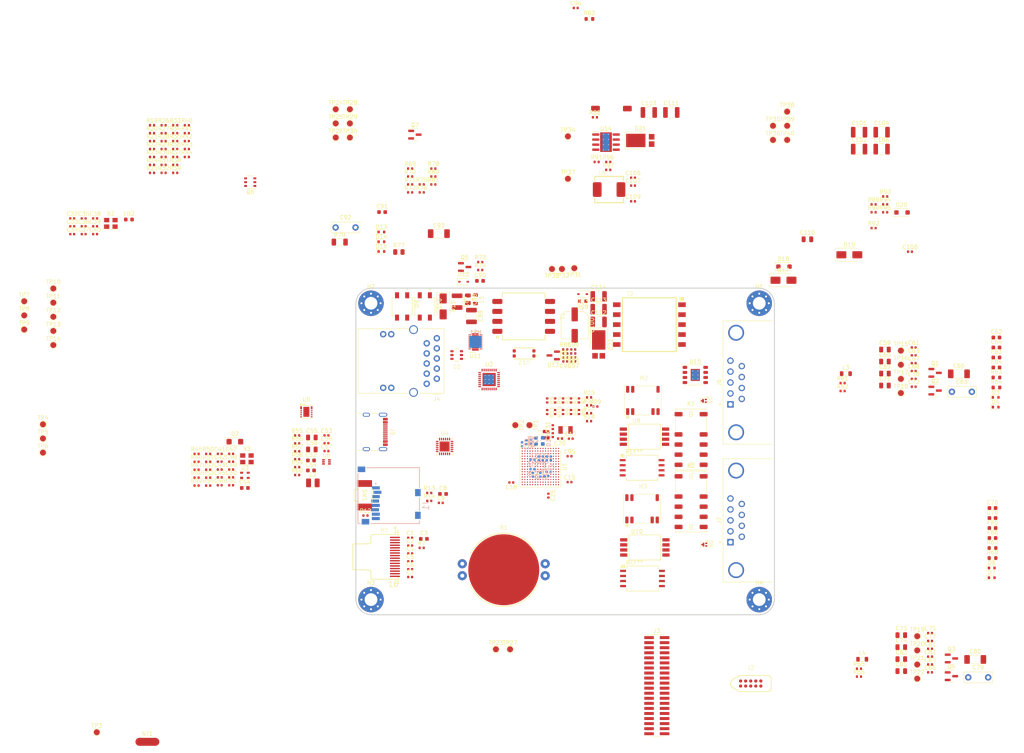
<source format=kicad_pcb>
(kicad_pcb (version 20221018) (generator pcbnew)
  (layers (0 "F.Cu" signal) (1 "In1.Cu" signal) (2 "In2.Cu" signal) (31 "B.Cu" signal) (34 "B.Paste" user) (35 "F.Paste" user) (36 "B.SilkS" user "B.Silkscreen") (37 "F.SilkS" user "F.Silkscreen") (38 "B.Mask" user) (39 "F.Mask" user) (44 "Edge.Cuts" user))
  (net 0 "")
  (net 1 "GND")
  (net 2 "/MCU_H7/VBAT")
  (net 3 "Net-(U7-VDD1)")
  (net 4 "Net-(C64-Pad1)")
  (net 5 "/CAN Ch1/+5V0_ISO")
  (net 8 "/MCU_H7/OSC32_OUT")
  (net 10 "/MCU_H7/OSC32_IN")
  (net 11 "Net-(U9-VDD1)")
  (net 12 "/CAN Ch2/ISO")
  (net 14 "/Eth/+AVDD_PHY")
  (net 16 "/CAN Ch2/+5V0_ISO")
  (net 18 "Net-(D6-A)")
  (net 20 "+VIN_USB")
  (net 21 "/Bus Power/+VIN_DB9")
  (net 22 "Net-(C78-Pad1)")
  (net 23 "/CAN Ch1/CAN_L")
  (net 25 "Net-(C86-Pad1)")
  (net 28 "/CAN Ch1/CAN_H")
  (net 29 "/CAN Ch2/+VIN_DB9")
  (net 30 "/CAN Ch2/CAN_L")
  (net 32 "/CAN Ch2/CAN_H")
  (net 33 "/MCU_H7/SDMMC_D2")
  (net 35 "/MCU_H7/SDMMC_D3")
  (net 36 "/MCU_H7/SDMMC_CMD")
  (net 39 "Net-(C91-Pad2)")
  (net 41 "/MCU_H7/H7_SWDIO")
  (net 43 "/MCU_H7/H7_SWCLK")
  (net 44 "Net-(C96-Pad1)")
  (net 45 "Net-(C99-Pad1)")
  (net 47 "/MCU_H7/~{H7_RST}")
  (net 48 "/MCU_H7/SDMMC_CKJ")
  (net 49 "/MCU_H7/SDMMC_D0")
  (net 50 "/MCU_H7/SDMMC_D1")
  (net 51 "/MCU_H7/SDMMC_PRESENT")
  (net 52 "Net-(C110-Pad2)")
  (net 53 "Net-(D3-A)")
  (net 54 "Net-(M1-C2P)")
  (net 55 "Net-(M1-C2N)")
  (net 56 "Net-(M1-C1P)")
  (net 57 "Net-(M1-C1N)")
  (net 58 "/MCU_H7/OLED_RST")
  (net 62 "Net-(D4-A)")
  (net 63 "/MCU_H7/I2C2_SCL")
  (net 66 "/MCU_H7/I2C2_SDA")
  (net 67 "/CAN Ch2/CT_GS")
  (net 69 "/CAN Ch2/CT_GR")
  (net 74 "/CAN Ch1/CT_GS")
  (net 75 "/USB/CC1")
  (net 76 "/CAN Ch1/CT_GR")
  (net 77 "USBFS_DM")
  (net 78 "/CAN Ch1/TERM_EN")
  (net 79 "/USB/DP")
  (net 80 "/USB/DM")
  (net 81 "Net-(D7-A)")
  (net 82 "/USB/CC2")
  (net 83 "Net-(D13-A)")
  (net 85 "/CAN Ch1/CT_AS")
  (net 86 "/CAN Ch1/TERM_DIS")
  (net 87 "CHASSIS")
  (net 88 "/CAN Ch1/CT_AR")
  (net 89 "/CAN Ch2/TERM_EN")
  (net 90 "Net-(D15-K)")
  (net 91 "Net-(D19-K)")
  (net 92 "/CAN Ch2/CT_AS")
  (net 96 "/Bus Power/RECT_COMMON")
  (net 99 "/CAN Ch2/TERM_DIS")
  (net 100 "/CAN Ch2/CT_AR")
  (net 101 "/MCU_H7/I2C3_SDA")
  (net 102 "/MCU_H7/I2C3_SCL")
  (net 103 "/MCU_H7/RID_PRODUCT")
  (net 106 "/MCU_H7/RID_REV")
  (net 107 "/MCU_H7/RID_BOM")
  (net 111 "Net-(J2-Pad1)")
  (net 112 "/MCU_H7/SDMMC_CK")
  (net 114 "/MCU_H7/RID_EN")
  (net 115 "/MCU_H7/BUTTON")
  (net 116 "/USB/ULPI_RBIAS")
  (net 117 "USBFS_DP")
  (net 119 "/USB/ULPI_VBUS")
  (net 127 "/CAN Ch2/FDCAN_RX")
  (net 128 "/Power/3V3_SW")
  (net 129 "+3V3_DCDC")
  (net 130 "/MCU_H7/USART1_TX")
  (net 131 "/MCU_H7/SPI1_SCK")
  (net 132 "/CAN Ch1/FDCAN_TX")
  (net 134 "/MCU_H7/SPI2_SCK")
  (net 136 "/CAN Ch2/FDCAN_TX")
  (net 137 "/MCU_H7/SPI1_NSS")
  (net 138 "/MCU_H7/SPI2_NSS")
  (net 139 "/MCU_H7/USART1_RX")
  (net 142 "Net-(M1-BS1)")
  (net 143 "/MCU_H7/SPI1_MISO")
  (net 144 "/MCU_H7/SPI1_MOSI")
  (net 145 "/MCU_H7/USART2_TX")
  (net 146 "/MCU_H7/+VCOMH_OLED")
  (net 147 "/MCU_H7/+VCC_OLED")
  (net 148 "/MCU_H7/OCTOSPI_IO2")
  (net 149 "/CAN Ch1/FDCAN_RX")
  (net 151 "Net-(U2A-~{INT}{slash}TXER{slash}TXD4)")
  (net 152 "/Eth/RXD2_NU")
  (net 153 "/Eth/RXD0")
  (net 155 "/Eth/RXD1")
  (net 156 "~{ETH_PHY_RST}")
  (net 157 "ETH_MDIO")
  (net 158 "Net-(U2A-COL{slash}CRS_DV{slash}MODE2)")
  (net 159 "/Eth/TXD2_NU")
  (net 161 "/Eth/TXD3_NU")
  (net 162 "ETH_CRS_DV")
  (net 163 "ETH_RXD0")
  (net 164 "ETH_RXD1")
  (net 165 "/Eth/PHYAD1")
  (net 166 "/Eth/PHYAD2")
  (net 167 "/Eth/PHYAD0")
  (net 168 "/Eth/RBIAS")
  (net 171 "Net-(U2A-XTAL1{slash}CLKIN)")
  (net 172 "ETH_REFCLK")
  (net 173 "Net-(X2-OUT)")
  (net 176 "H7_CLK")
  (net 177 "RJ45_LEDG")
  (net 178 "RJ45_LEDY")
  (net 179 "/MCU_H7/VDDA")
  (net 180 "/MCU_H7/BOOT0")
  (net 181 "Net-(U1I-PDR_ON)")
  (net 182 "/Power/AOZ_POVP")
  (net 183 "/Power/AOZ_ENB")
  (net 184 "/Power/VUSB_FLTB")
  (net 185 "+5V0_SYS")
  (net 186 "/Power/3V3_PG")
  (net 187 "/Power/3V3_FB")
  (net 188 "/Bus Power/BP_EN_UVLO")
  (net 189 "/Bus Power/BP_RREF")
  (net 190 "/Bus Power/BP_TC")
  (net 191 "/Bus Power/BP_RFB")
  (net 192 "Net-(J4-GA)")
  (net 193 "Net-(J4-YA)")
  (net 196 "/MCU_H7/OCTOSPI_IO4")
  (net 197 "/MCU_H7/VDDLDO")
  (net 198 "ETH_TXEN")
  (net 199 "ULPI_RST")
  (net 200 "/MCU_H7/USART2_RX")
  (net 201 "ETH_TXD0")
  (net 202 "/MCU_H7/OCTOSPI_NCS")
  (net 203 "/MCU_H7/OCTOSPI_IO3")
  (net 204 "ULPI_D7")
  (net 205 "ETH_TXD1")
  (net 206 "/MCU_H7/OCTOSPI_IO0")
  (net 207 "/MCU_H7/OCTOSPI_IO1")
  (net 208 "/MCU_H7/OCTOSPI_CLK")
  (net 209 "/MCU_H7/SPI2_MOSI")
  (net 210 "/MCU_H7/SPI2_MISO")
  (net 211 "/MCU_H7/VLX")
  (net 212 "/MCU_H7/VDDSMPS")
  (net 213 "ULPI_STP")
  (net 214 "ETH_MDC")
  (net 215 "ULPI_D6")
  (net 216 "ULPI_DIR")
  (net 217 "ULPI_NXT")
  (net 218 "ULPI_D2")
  (net 219 "ULPI_D5")
  (net 221 "ULPI_D0")
  (net 222 "ULPI_D3")
  (net 224 "ULPI_CK")
  (net 225 "ULPI_D4")
  (net 228 "ULPI_D1")
  (net 229 "~{ETH_INT_PME}")
  (net 230 "/Eth/VDDCR_PHY")
  (net 232 "/MCU_H7/OCTOSPI_IO5")
  (net 233 "/MCU_H7/OCTOSPI_DQS")
  (net 234 "/MCU_H7/OCTOSPI_IO7")
  (net 236 "/MCU_H7/OCTOSPI_IO6")
  (net 237 "/USB/ULPI_REGOUT_3V3")
  (net 238 "/CAN Ch1/+VO")
  (net 239 "/Bus Power/BP_INT_VCC")
  (net 241 "Net-(X2-EN)")
  (net 243 "/Bus Power/+VIN_DB9_PR")
  (net 244 "ISO_1")
  (net 245 "/PoE/POE_BR_P")
  (net 246 "/PoE/POE_BR_N")
  (net 247 "/PoE/POE_VPORTP")
  (net 248 "ISO_POE")
  (net 250 "/PoE/POE_PVCC")
  (net 251 "POE_AC2")
  (net 252 "POE_AC1")
  (net 253 "POE_AC4")
  (net 254 "POE_AC3")
  (net 256 "Net-(Q6-G)")
  (net 257 "Net-(D12-K)")
  (net 258 "Net-(R40-Pad2)")
  (net 259 "/PoE/POE_ITH")
  (net 260 "Net-(D14-K)")
  (net 261 "Net-(X3-EN)")
  (net 262 "/Eth/RD-")
  (net 264 "Net-(X3-OUT)")
  (net 265 "Net-(K1-Pad5)")
  (net 266 "Net-(K1-Pad8)")
  (net 268 "/CAN Ch2/+VO")
  (net 269 "/Bus Power/BP_SW")
  (net 270 "/PoE/POE_TR_SW")
  (net 271 "Net-(R50-Pad2)")
  (net 272 "/PoE/POE_ISENSE")
  (net 273 "/Power/AOZ_SS")
  (net 274 "/USB/+1V8_ULPI")
  (net 275 "/Bus Power/LV_SS")
  (net 276 "/Bus Power/LV_BOOT")
  (net 277 "/PoE/POE_COMP")
  (net 278 "/PoE/POE_FB")
  (net 279 "Net-(U4-REFCLK)")
  (net 280 "/PoE/POE_OP_A")
  (net 281 "/PoE/~{POE_PWRGD}")
  (net 282 "Net-(C72-Pad1)")
  (net 283 "Net-(R69-Pad2)")
  (net 284 "Net-(R70-Pad2)")
  (net 285 "/PoE/POE_NGATE")
  (net 286 "/PoE/POE_EP_THPAD")
  (net 287 "/PoE/POE_OP_K")
  (net 288 "/Bus Power/LV_SW")
  (net 289 "/Bus Power/+5V0_BP_DC")
  (net 290 "Net-(R71-Pad2)")
  (net 291 "Net-(U11-RCLASS)")
  (net 292 "Net-(R81-Pad2)")
  (net 295 "Net-(K2-Pad5)")
  (net 296 "Net-(K2-Pad8)")
  (net 299 "/Bus Power/LV_EN")
  (net 300 "/Bus Power/LV_RT")
  (net 301 "/Bus Power/LV_FB")
  (net 309 "/Eth/TD-")
  (net 310 "/Eth/TD+")
  (net 311 "/Eth/RD+")
  (footprint "Capacitor_SMD:C_1210_3225Metric" (layer "F.Cu") (at 157.9 65.5)
    (fp_text reference "C112")
    (fp_text value "100uF")
  )
  (footprint "Capacitor_SMD:C_0402_1005Metric" (layer "F.Cu") (at 150.9 94.8)
    (fp_text reference "C17")
    (fp_text value "12pF")
  )
  (footprint "Connector_PinHeader_1.27mm:PinHeader_2x20_P1.27mm_Vertical_SMD" (layer "F.Cu") (at 172.5 156.8)
    (fp_text reference "J3")
    (fp_text value "Conn_02x20_Pin")
  )
  (footprint "Resistor_SMD:R_0402_1005Metric" (layer "F.Cu") (at 155.51 90.4)
    (fp_text reference "R18")
    (fp_text value "10K")
  )
  (footprint "Capacitor_SMD:C_0402_1005Metric" (layer "F.Cu") (at 28.71 43.45)
    (fp_text reference "C37")
    (fp_text value "4.7uF")
  )
  (footprint "TestPoint:TestPoint_Pad_D1.5mm" (layer "F.Cu") (at 95.5 19.2)
    (fp_text reference "TP30")
    (fp_text value "TestPoint_Probe")
  )
  (footprint "Resistor_SMD:R_0402_1005Metric" (layer "F.Cu") (at 229.795 35.97)
    (fp_text reference "R94")
    (fp_text value "100R")
  )
  (footprint "TestPoint:TestPoint_Pad_D1.5mm" (layer "F.Cu") (at 151.8 52 180)
    (fp_text reference "TP31")
    (fp_text value "TestPoint_Probe")
  )
  (footprint "vhrd_generic:SO8L_TOS" (layer "F.Cu") (at 169.5 122.1)
    (fp_text reference "U10")
    (fp_text value "TLP2270")
  )
  (footprint "Capacitor_SMD:C_0603_1608Metric" (layer "F.Cu") (at 257.7 71.91)
    (fp_text reference "C64")
    (fp_text value "4.7uF")
  )
  (footprint "TestPoint:TestPoint_Pad_D1.5mm" (layer "F.Cu") (at 233.7331 79.7922)
    (fp_text reference "TP17")
    (fp_text value "TestPoint_Probe")
  )
  (footprint "Resistor_SMD:R_0402_1005Metric" (layer "F.Cu") (at 152.96 85.2 -90)
    (fp_text reference "R1")
    (fp_text value "3K3")
  )
  (footprint "Capacitor_SMD:C_1210_3225Metric" (layer "F.Cu") (at 228.895 22.11)
    (fp_text reference "C106")
    (fp_text value "4.7uF")
  )
  (footprint "Resistor_SMD:R_0402_1005Metric" (layer "F.Cu") (at 51.68 16.12)
    (fp_text reference "R33")
    (fp_text value "10k")
  )
  (footprint "Capacitor_SMD:C_0805_2012Metric" (layer "F.Cu") (at 229.7331 75.4322)
    (fp_text reference "C60")
    (fp_text value "10uF")
  )
  (footprint "Resistor_SMD:R_0402_1005Metric" (layer "F.Cu") (at 59.95 98.615)
    (fp_text reference "R50")
    (fp_text value "?R")
  )
  (footprint "TestPoint:TestPoint_Pad_D1.5mm" (layer "F.Cu") (at 233.7331 76.2422)
    (fp_text reference "TP16")
    (fp_text value "TestPoint_Probe")
  )
  (footprint "Resistor_SMD:R_0402_1005Metric" (layer "F.Cu") (at 110.615 32.965)
    (fp_text reference "R72")
    (fp_text value "DNP")
  )
  (footprint "vhrd_generic:SOIC-8-ANALOG" (layer "F.Cu") (at 182.15 78.8)
    (fp_text reference "U15")
    (fp_text value "LT8304IS8E#PBF")
  )
  (footprint "Inductor_SMD:L_0805_2012Metric" (layer "F.Cu") (at 219.9331 78.4722)
    (fp_text reference "L3")
    (fp_text value "6.8uH")
  )
  (footprint "Capacitor_SMD:C_0402_1005Metric" (layer "F.Cu") (at 151.5375 75.4 180)
    (fp_text reference "C97")
    (fp_text value "33nF")
  )
  (footprint "TestPoint:TestPoint_Pad_D1.5mm" (layer "F.Cu") (at 150.2 18.9)
    (fp_text reference "TP34")
    (fp_text value "TestPoint_Probe")
  )
  (footprint "Resistor_SMD:R_0402_1005Metric" (layer "F.Cu") (at 48.77 28.06)
    (fp_text reference "R32")
    (fp_text value "10k")
  )
  (footprint "Capacitor_SMD:C_0402_1005Metric" (layer "F.Cu") (at 25.84 43.45)
    (fp_text reference "C34")
    (fp_text value "100nF")
  )
  (footprint "Resistor_SMD:R_0402_1005Metric" (layer "F.Cu") (at 51.68 22.09)
    (fp_text reference "R36")
    (fp_text value "49R9")
  )
  (footprint "Capacitor_SMD:C_1210_3225Metric" (layer "F.Cu") (at 176.14 12.9)
    (fp_text reference "C111")
    (fp_text value "100uF")
  )
  (footprint "Capacitor_SMD:C_0402_1005Metric" (layer "F.Cu") (at 136 105.8 180)
    (fp_text reference "C18")
    (fp_text value "4.7uF")
  )
  (footprint "Diode_SMD:D_SOD-523" (layer "F.Cu") (at 257.515 86.88)
    (fp_text reference "D4")
    (fp_text value "BAS516")
  )
  (footprint "Diode_SMD:D_SOD-123F" (layer "F.Cu") (at 234.02 38.01)
    (fp_text reference "D20")
    (fp_text value "RB168MM150TFTR")
  )
  (footprint "Resistor_SMD:R_0402_1005Metric" (layer "F.Cu") (at 48.77 24.08)
    (fp_text reference "R30")
    (fp_text value "10k")
  )
  (footprint "Resistor_SMD:R_0402_1005Metric" (layer "F.Cu") (at 149.5375 73.4 180)
    (fp_text reference "R86")
    (fp_text value "100K")
  )
  (footprint "Capacitor_SMD:C_0402_1005Metric" (layer "F.Cu") (at 236.9431 77.8122)
    (fp_text reference "C68")
    (fp_text value "10nF")
  )
  (footprint "Capacitor_SMD:C_0402_1005Metric" (layer "F.Cu") (at 241.0431 149.5122)
    (fp_text reference "C82")
    (fp_text value "10nF")
  )
  (footprint "vhrd_inductor:LMLP07A7" (layer "F.Cu") (at 160.525 32.26)
    (fp_text reference "L6")
    (fp_text value "LMLP07A7M8R2DTAS")
  )
  (footprint "Capacitor_SMD:C_0402_1005Metric" (layer "F.Cu") (at 89.62 97.91)
    (fp_text reference "C57")
    (fp_text value "DNP")
  )
  (footprint "Capacitor_SMD:C_1210_3225Metric" (layer "F.Cu") (at 223.245 17.86)
    (fp_text reference "C101")
    (fp_text value "4.7uF")
  )
  (footprint "Inductor_SMD:L_0805_2012Metric" (layer "F.Cu") (at 127 59.8 -90)
    (fp_text reference "L5")
    (fp_text value "3.3uH")
  )
  (footprint "Resistor_SMD:R_0402_1005Metric" (layer "F.Cu") (at 150.97 88.11 -90)
    (fp_text reference "R8")
    (fp_text value "100K")
  )
  (footprint "vhrd_opto_display:DM-OLED042-647-TOP" (layer "F.Cu") (at 106.8 124.475)
    (fp_text reference "M1")
    (fp_text value "DM-OLED042-647")
  )
  (footprint "Resistor_SMD:R_0402_1005Metric" (layer "F.Cu") (at 51.68 18.11)
    (fp_text reference "R34")
    (fp_text value "10k")
  )
  (footprint "Capacitor_THT:C_Disc_D7.0mm_W2.5mm_P5.00mm" (layer "F.Cu") (at 250.6331 154.7222)
    (fp_text reference "C79")
    (fp_text value "Y rated, THT")
  )
  (footprint "Resistor_SMD:R_0402_1005Metric" (layer "F.Cu") (at 116.435 30.975)
    (fp_text reference "R81")
    (fp_text value "510R")
  )
  (footprint "TestPoint:TestPoint_Pad_D1.5mm" (layer "F.Cu") (at 132.135 147.67)
    (fp_text reference "TP23")
    (fp_text value "TestPoint_Probe")
  )
  (footprint "Resistor_SMD:R_0402_1005Metric" (layer "F.Cu") (at 82.28 93.98)
    (fp_text reference "R55")
    (fp_text value "0")
  )
  (footprint "Capacitor_SMD:C_0805_2012Metric" (layer "F.Cu") (at 233.8331 150.1422)
    (fp_text reference "C83")
    (fp_text value "10uF")
  )
  (footprint "Capacitor_SMD:C_0402_1005Metric" (layer "F.Cu") (at 241.0431 151.4822)
    (fp_text reference "C84")
    (fp_text value "100nF")
  )
  (footprint "Resistor_SMD:R_0402_1005Metric" (layer "F.Cu") (at 151.5375 74.4 180)
    (fp_text reference "R83")
    (fp_text value "1K")
  )
  (footprint "TestPoint:TestPoint_Pad_D1.5mm" (layer "F.Cu") (at 13.8 60.3)
    (fp_text reference "TP7")
    (fp_text value "TestPoint_Probe")
  )
  (footprint "vhrd_crystal:ECX-.327-CDX-1293" (layer "F.Cu") (at 149.6 92.6 180)
    (fp_text reference "X1")
    (fp_text value "ECX-.327-CDX-1293")
  )
  (footprint "vhrd_passive_diode:DIOB_HDS10M-13" (layer "F.Cu") (at 114.3 61.6 -90)
    (fp_text reference "D10")
    (fp_text value "HDS10M-13")
  )
  (footprint "Package_TO_SOT_SMD:SOT-23" (layer "F.Cu") (at 242.3131 78.2722)
    (fp_text reference "Q1")
    (fp_text value "BSS138")
  )
  (footprint "Capacitor_SMD:C_0603_1608Metric" (layer "F.Cu") (at 256.7131 112.2222)
    (fp_text reference "C76")
    (fp_text value "4.7uF")
  )
  (footprint "TestPoint:TestPoint_Pad_D1.5mm" (layer "F.Cu") (at 237.8331 147.9422)
    (fp_text reference "TP20")
    (fp_text value "TestPoint_Probe")
  )
  (footprint "Resistor_SMD:R_0402_1005Metric" (layer "F.Cu") (at 151.5375 73.4 180)
    (fp_text reference "R84")
    (fp_text value "470R")
  )
  (footprint "Capacitor_SMD:C_0402_1005Metric" (layer "F.Cu") (at 31.58 43.45)
    (fp_text reference "C40")
    (fp_text value "22nF")
  )
  (footprint "vhrd_generic:DFN-12-AOZ" (layer "F.Cu") (at 84.58 88.06)
    (fp_text reference "U5")
    (fp_text value "AOZ1376DI-02")
  )
  (footprint "Capacitor_SMD:C_0402_1005Metric" (layer "F.Cu") (at 31.58 41.48)
    (fp_text reference "C39")
    (fp_text value "100nF")
  )
  (footprint "Resistor_SMD:R_0402_1005Metric" (layer "F.Cu") (at 219.1131 80.8422)
    (fp_text reference "R61")
    (fp_text value "1K")
  )
  (footprint "TestPoint:TestPoint_Pad_D1.5mm" (layer "F.Cu") (at 13.8 63.85)
    (fp_text reference "TP8")
    (fp_text value "TestPoint_Probe")
  )
  (footprint "Diode_SMD:D_SMF" (layer "F.Cu") (at 66.645 95.555)
    (fp_text reference "D2")
    (fp_text value "SMF22A")
  )
  (footprint "Capacitor_SMD:C_0402_1005Metric" (layer "F.Cu") (at 62.84 98.605)
    (fp_text reference "C41")
    (fp_text value "1uF")
  )
  (footprint "Resistor_SMD:R_0402_1005Metric" (layer "F.Cu") (at 113.525 32.965)
    (fp_text reference "R76")
    (fp_text value "100K")
  )
  (footprint "Capacitor_THT:C_Disc_D7.0mm_W2.5mm_P5.00mm" (layer "F.Cu") (at 246.5331 83.0222)
    (fp_text reference "C65")
    (fp_text value "Y rated, THT")
  )
  (footprint "Capacitor_SMD:C_0603_1608Metric" (layer "F.Cu") (at 118.87 108.67)
    (fp_text reference "C8")
    (fp_text value "4.7uF")
  )
  (footprint "Capacitor_SMD:C_0402_1005Metric" (layer "F.Cu") (at 65.71 98.605)
    (fp_text reference "C47")
    (fp_text value "100nF")
  )
  (footprint "Capacitor_SMD:C_0402_1005Metric" (layer "F.Cu") (at 151.5375 72.4)
    (fp_text reference "C99")
    (fp_text value "27nF")
  )
  (footprint "Package_TO_SOT_SMD:SOT-563" (layer "F.Cu") (at 89.62 100.63)
    (fp_text reference "U6")
    (fp_text value "RT5760A/B")
  )
  (footprint "Capacitor_SMD:C_0603_1608Metric" (layer "F.Cu") (at 85.74 102.77)
    (fp_text reference "C54")
    (fp_text value "DNP")
  )
  (footprint "TestPoint:TestPoint_Pad_D1.5mm" (layer "F.Cu") (at 135.685 147.67)
    (fp_text reference "TP27")
    (fp_text value "TestPoint_Probe")
  )
  (footprint "TestPoint:TestPoint_Pad_D1.5mm" (layer "F.Cu") (at 32 168.5)
    (fp_text reference "TP3")
    (fp_text value "TestPoint_Probe")
  )
  (footprint "vhrd_passive_diode:DFN1110D-3_3-XDFN" (layer "F.Cu") (at 184.39 121.4 -90)
    (fp_text reference "D8")
    (fp_text value "PESD2CANFD24V-QBZ")
  )
  (footprint "Capacitor_SMD:C_1210_3225Metric" (layer "F.Cu") (at 157.9 59.1)
    (fp_text reference "C114")
    (fp_text value "100uF")
  )
  (footprint "Capacitor_SMD:C_0805_2012Metric" (layer "F.Cu") (at 85.96 97.5)
    (fp_text reference "C58")
    (fp_text value "10uF")
  )
  (footprint "Package_TO_SOT_SMD:SOT-23" (layer "F.Cu") (at 242.3131 82.7222)
    (fp_text reference "Q2")
    (fp_text value "BSS138")
  )
  (footprint "Resistor_SMD:R_0402_1005Metric" (layer "F.Cu") (at 45.86 26.07)
    (fp_text reference "R24")
    (fp_text value "10k")
  )
  (footprint "Inductor_SMD:L_0603_1608Metric" (layer "F.Cu") (at 40.07 39.78)
    (fp_text reference "FB2")
    (fp_text value "MH1608-601Y")
  )
  (footprint "Resistor_SMD:R_0805_2012Metric" (layer "F.Cu") (at 107.795 47.935)
    (fp_text reference "R77")
    (fp_text value "100R")
  )
  (footprint "Capacitor_SMD:C_0402_1005Metric" (layer "F.Cu") (at 146.4 93.9 90)
    (fp_text reference "C30")
    (fp_text value "220pF")
  )
  (footprint "Capacitor_SMD:C_0402_1005Metric" (layer "F.Cu") (at 241.0431 153.4522)
    (fp_text reference "C86")
    (fp_text value "4n7")
  )
  (footprint "vhrd_electromechanical:SW_KSS3" (layer "F.Cu") (at 99.2 109 -90)
    (fp_text reference "SW1")
    (fp_text value "KSS331GLFS")
  )
  (footprint "MountingHole:MountingHole_3.2mm_M3_Pad_Via" (layer "F.Cu") (at 100.8 135.2)
    (fp_text reference "H3")
    (fp_text value "MountingHole_Pad" hide)
  )
  (footprint "Capacitor_SMD:C_0402_1005Metric" (layer "F.Cu") (at 62.84 100.575)
    (fp_text reference "C42")
    (fp_text value "1uF")
  )
  (footprint "vhrd_opto_isolator:PS2911" (layer "F.Cu") (at 139.2 73.4 180)
    (fp_text reference "U12")
    (fp_text value "PS2911-1-F3-AX")
  )
  (footprint "vhrd_relay:Relay_DPDT_Kemet_EE2_NUH_DoubleCoil" (layer "F.Cu") (at 181.1 110.6)
    (fp_text reference "K2")
    (fp_text value "EE2-4.5TNUH")
  )
  (footprint "TestPoint:TestPoint_Pad_D1.5mm" (layer "F.Cu") (at 18.5 91.2)
    (fp_text reference "TP4")
    (fp_text value "TestPoint_Probe")
  )
  (footprint "Resistor_SMD:R_0402_1005Metric" (layer "F.Cu") (at 48.77 16.12)
    (fp_text reference "R26")
    (fp_text value "10k")
  )
  (footprint "Capacitor_SMD:C_0402_1005Metric" (layer "F.Cu") (at 89.62 95.94)
    (fp_text reference "C56")
    (fp_text value "100nF")
  )
  (footprint "Resistor_SMD:R_0603_1608Metric" (layer "F.Cu") (at 256.7131 122.2622)
    (fp_text reference "R67")
    (fp_text value "60R4")
  )
  (footprint "Capacitor_SMD:C_0805_2012Metric" (layer "F.Cu") (at 210.285 44.74)
    (fp_text reference "C110")
    (fp_text value "220pF")
  )
  (footprint "Diode_SMD:D_SOD-523" (layer "F.Cu") (at 257.515 84.43)
    (fp_text reference "D3")
    (fp_text value "BAS516")
  )
  (footprint "Resistor_SMD:R_0402_1005Metric" (layer "F.Cu") (at 157.405 25.325)
    (fp_text reference "R91")
    (fp_text value "10K")
  )
  (footprint "Resistor_SMD:R_0402_1005Metric" (layer "F.Cu") (at 54.59 20.1)
    (fp_text reference "R42")
    (fp_text value "?R")
  )
  (footprint "TestPoint:TestPoint_Pad_D1.5mm" (layer "F.Cu") (at 21.1 60.65)
    (fp_text reference "TP11")
    (fp_text value "TestPoint_Probe")
  )
  (footprint "Resistor_SMD:R_0402_1005Metric" (layer "F.Cu") (at 149.5375 72.4)
    (fp_text reference "R85")
    (fp_text value "47K")
  )
  (footprint "Resistor_SMD:R_0603_1608Metric" (layer "F.Cu") (at 256.7131 124.7722)
    (fp_text reference "R68")
    (fp_text value "60R4")
  )
  (footprint "MountingHole:MountingHole_3.2mm_M3_Pad_Via" (layer "F.Cu") (at 198.2 60.8)
    (fp_text reference "H1")
    (fp_text value "MountingHole_Pad" hide)
  )
  (footprint "Diode_SMD:D_SOD-523" (layer "F.Cu") (at 256.5281 127.2522)
    (fp_text reference "D6")
    (fp_text value "BAS516")
  )
  (footprint "Capacitor_SMD:C_0402_1005Metric" (layer "F.Cu") (at 65.71 106.485)
    (fp_text reference "C51")
    (fp_text value "1uF")
  )
  (footprint "Package_SO:TSOP-6_1.65x3.05mm_P0.95mm" (layer "F.Cu") (at 70.5 30.4 180)
    (fp_text reference "Q6")
    (fp_text value "Si3440DV")
  )
  (footprint "Resistor_SMD:R_0402_1005Metric" (layer "F.Cu") (at 54.59 18.11)
    (fp_text reference "R41")
    (fp_text value "?R")
  )
  (footprint "Diode_SMD:D_SOD-523" (layer "F.Cu") (at 103.4 42.905)
    (fp_text reference "D13")
    (fp_text value "BAS516")
  )
  (footprint "Capacitor_SMD:C_0402_1005Metric" (layer "F.Cu") (at 152.153 -13.32)
    (fp_text reference "C96")
    (fp_text value "470pF")
  )
  (footprint "Capacitor_SMD:C_0402_1005Metric" (layer "F.Cu") (at 110.62 125.59)
    (fp_text reference "C5")
    (fp_text value "4.7uF")
  )
  (footprint "Resistor_SMD:R_0402_1005Metric" (layer "F.Cu") (at 116.435 28.985)
    (fp_text reference "R80")
    (fp_text value "6K8")
  )
  (footprint "Inductor_SMD:L_0603_1608Metric" (layer "F.Cu") (at 257.7 74.42)
    (fp_text reference "FB3")
    (fp_text value "BLM18HE152SN1D")
  )
  (footprint "Resistor_SMD:R_0402_1005Metric" (layer "F.Cu") (at 110.615 28.985)
    (fp_text reference "R70")
    (fp_text value "DNP")
  )
  (footprint "Oscillator:Oscillator_SMD_Abracon_ASE-4Pin_3.2x2.5mm" (layer "F.Cu") (at 35.54 40.75)
    (fp_text reference "X2")
    (fp_text value "50MHz")
  )
  (footprint "TestPoint:TestPoint_Pad_D1.5mm" (layer "F.Cu") (at 13.8 67.4)
    (fp_text reference "TP9")
    (fp_text value "TestPoint_Probe")
  )
  (footprint "TestPoint:TestPoint_Pad_D1.5mm" (layer "F.Cu") (at 91.95 19.2)
    (fp_text reference "TP26")
    (fp_text value "TestPoint_Probe")
  )
  (footprint "Resistor_SMD:R_0402_1005Metric" (layer "F.Cu") (at 45.86 22.09)
    (fp_text reference "R22")
    (fp_text value "33R")
  )
  (footprint "Diode_SMD:D_SOD-323" (layer "F.Cu") (at 153.9 58.5 180)
    (fp_text reference "D23")
    (fp_text value "5V6?")
  )
  (footprint "Capacitor_SMD:C_0603_1608Metric" (layer "F.Cu") (at 69.15 107.175)
    (fp_text reference "C44")
    (fp_text value "4.7uF")
  )
  (footprint "TestPoint:TestPoint_Pad_D1.5mm" (layer "F.Cu") (at 21.1 71.3)
    (fp_text reference "TP14")
    (fp_text value "TestPoint_Probe")
  )
  (footprint "Package_TO_SOT_SMD:SOT-23" (layer "F.Cu") (at 246.4131 154.4222)
    (fp_text reference "Q4")
    (fp_text value "BSS138")
  )
  (footprint "Resistor_SMD:R_0402_1005Metric" (layer "F.Cu") (at 51.68 28.06)
    (fp_text reference "R39")
    (fp_text value "49R9")
  )
  (footprint "Diode_SMD:D_SMA" (layer "F.Cu") (at 204.28 55.02)
    (fp_text reference "D17")
    (fp_text value "buspower_iso: SMAJ58CA; buspower_dc: SMAJ36CA")
  )
  (footprint "vhrd_passive_tvs:D5V0P4UR6SO-7" (layer "F.Cu") (at 122.3 73.8 180)
    (fp_text reference "D1")
    (fp_text value "D5V0P4UR6SO-7")
  )
  (footprint "Resistor_SMD:R_0402_1005Metric" (layer "F.Cu") (at 48.77 20.1)
    (fp_text reference "R28")
    (fp_text value "12k1")
  )
  (footprint "Capacitor_SMD:C_0603_1608Metric" (layer "F.Cu") (at 103.585 37.915)
    (fp_text reference "C91")
    (fp_text value "68pF")
  )
  (footprint "Capacitor_SMD:C_0402_1005Metric" (layer "F.Cu") (at 150.6 105.7)
    (fp_text reference "C15")
    (fp_text value "4.7uF")
  )
  (footprint "Resistor_SMD:R_0402_1005Metric" (layer "F.Cu") (at 59.95 102.595)
    (fp_text reference "R52")
    (fp_text value "10K")
  )
  (footprint "Resistor_SMD:R_0402_1005Metric" (layer "F.Cu") (at 57.04 104.585)
    (fp_text reference "R48")
    (fp_text value "39R")
  )
  (footprint "Capacitor_SMD:C_0805_2012Metric" (layer "F.Cu") (at 229.7331 72.4222)
    (fp_text reference "C59")
    (fp_text value "DNP")
  )
  (footprint "Resistor_SMD:R_0402_1005Metric" (layer "F.Cu") (at 48.77 22.09)
    (fp_text reference "R29")
    (fp_text value "10k")
  )
  (footprint "Resistor_SMD:R_0402_1005Metric" (layer "F.Cu") (at 82.28 97.96)
    (fp_text reference "R57")
    (fp_text value "100K")
  )
  (footprint "TestPoint:TestPoint_Pad_D1.5mm" (layer "F.Cu") (at 95.5 12.1)
    (fp_text reference "TP28")
    (fp_text value "TestPoint_Probe")
  )
  (footprint "Diode_SMD:D_SOD-523" (layer "F.Cu") (at 103.4 45.355)
    (fp_text reference "D14")
    (fp_text value "BAS516")
  )
  (footprint "Resistor_SMD:R_0402_1005Metric" (layer "F.Cu") (at 82.28 99.95)
    (fp_text reference "R58")
    (fp_text value "100K")
  )
  (footprint "Resistor_SMD:R_0402_1005Metric" (layer "F.Cu") (at 145 85.2 -90)
    (fp_text reference "R5")
    (fp_text value "100K")
  )
  (footprint "Capacitor_SMD:C_0805_2012Metric" (layer "F.Cu") (at 229.7331 78.4422)
    (fp_text reference "C69")
    (fp_text value "10uF")
  )
  (footprint "Capacitor_SMD:C_0402_1005Metric" (layer "F.Cu") (at 110.62 127.56)
    (fp_text reference "C6")
    (fp_text value "1uF")
  )
  (footprint "TestPoint:TestPoint_Pad_D1.5mm" (layer "F.Cu") (at 205.2 16.25)
    (fp_text reference "TP39")
    (fp_text value "TestPoint_Probe")
  )
  (footprint "Inductor_SMD:L_0603_1608Metric" (layer "F.Cu") (at 257.7 76.93)
    (fp_text reference "FB4")
    (fp_text value "BLM18HE152SN1D")
  )
  (footprint "Resistor_SMD:R_0402_1005Metric" (layer "F.Cu") (at 82.28 95.97)
    (fp_text reference "R56")
    (fp_text value "301K")
  )
  (footprint "Resistor_SMD:R_0402_1005Metric" (layer "F.Cu") (at 229.795 37.96)
    (fp_text reference "R95")
    (fp_text value "158K")
  )
  (footprint "Resistor_SMD:R_0402_1005Metric" (layer "F.Cu") (at 223.2131 152.5422)
    (fp_text reference "R65")
    (fp_text value "1K")
  )
  (footprint "Resistor_SMD:R_0402_1005Metric" (layer "F.Cu") (at 155.51 84.43)
    (fp_text reference "R15")
    (fp_text value "49R9")
  )
  (footprint "Capacitor_SMD:C_0402_1005Metric" (layer "F.Cu") (at 166.535 31.265)
    (fp_text reference "C107")
    (fp_text value "100nF")
  )
  (footprint "Resistor_SMD:R_0402_1005Metric" (layer "F.Cu") (at 82.28 101.94)
    (fp_text reference "R59")
    (fp_text value "45k")
  )
  (footprint "Capacitor_SMD:C_1210_3225Metric" (layer "F.Cu") (at 157.9 62.3)
    (fp_text reference "C113")
    (fp_text value "100uF")
  )
  (footprint "Capacitor_SMD:C_0402_1005Metric" (layer "F.Cu") (at 25.84 41.48)
    (fp_text reference "C33")
    (fp_text value "100nF")
  )
  (footprint "Resistor_SMD:R_0402_1005Metric" (layer "F.Cu") (at 115.41 110.4)
    (fp_text reference "R14")
    (fp_text value "33R")
  )
  (footprint "Resistor_SMD:R_0402_1005Metric" (layer "F.Cu") (at 128.2 52.46)
    (fp_text reference "R74")
    (fp_text value "220K")
  )
  (footprint "vhrd_mcu_stm_h7:UFBGA-201_10x10mm_Layout15x15_P0.65mm" (layer "F.Cu") (at 143.3 101.8 -90)
    (fp_text reference "U1")
    (fp_text value "STM32H725IGKx")
  )
  (footprint "TestPoint:TestPoint_Pad_D1.5mm" (layer "F.Cu") (at 137 91.4 -90)
    (fp_text reference "TP2")
    (fp_text value "TestPoint_Probe")
  )
  (footprint "Resistor_SMD:R_0402_1005Metric" (layer "F.Cu") (at 229.795 33.98)
    (fp_text reference "R93")
    (fp_text value "10K")
  )
  (footprint "TestPoint:TestPoint_Pad_D1.5mm" (layer "F.Cu") (at 18.5 94.75)
    (fp_text reference "TP5")
    (fp_text value "TestPoint_Probe")
  )
  (footprint "TestPoint:TestPoint_Pad_D1.5mm" (layer "F.Cu") (at 148.7 52.2 180)
    (fp_text reference "TP32")
    (fp_text value "TestPoint_Probe")
  )
  (footprint "Diode_SMD:D_SOD-323" (layer "F.Cu") (at 124.025 55.4)
    (fp_text reference "D12")
    (fp_text value "MMSZ5237BS-7-F")
  )
  (footprint "TestPoint:TestPoint_Pad_D1.5mm" (layer "F.Cu") (at 140.55 91.4 -90)
    (fp_text reference "TP1")
    (fp_text value "TestPoint_Probe")
  )
  (footprint "Resistor_SMD:R_0402_1005Metric" (layer "F.Cu") (at 148.98 85.2 -90)
    (fp_text reference "R3")
    (fp_text value "3K3")
  )
  (footprint "Resistor_SMD:R_0402_1005Metric" (layer "F.Cu") (at 45.86 18.11)
    (fp_text reference "R20")
    (fp_text value "10k")
  )
  (footprint "TestPoint:TestPoint_Pad_D1.5mm" (layer "F.Cu") (at 150.2 29.55)
    (fp_text reference "TP37")
    (fp_text value "TestPoint_Probe")
  )
  (footprint "Capacitor_SMD:C_0402_1005Metric" (layer "F.Cu") (at 28.71 39.51)
    (fp_text reference "C35")
    (fp_text value "1uF")
  )
  (footprint "TestPoint:TestPoint_Pad_D1.5mm" (layer "F.Cu") (at 91.95 15.65)
    (fp_text reference "TP25")
    (fp_text value "TestPoint_Probe")
  )
  (footprint "Capacitor_SMD:C_0402_1005Metric" (layer "F.Cu") (at 236.9431 81.7522)
    (fp_text reference "C72")
    (fp_text value "4n7")
  )
  (footprint "TestPoint:TestPoint_Pad_D1.5mm" (layer "F.Cu") (at 146.2 52.2 180)
    (fp_text reference "TP33")
    (fp_text value "TestPoint_Probe")
  )
  (footprint "Capacitor_SMD:C_0805_2012Metric" (layer "F.Cu") (at 233.8331 147.1322)
    (fp_text reference "C74")
    (fp_text value "10uF")
  )
  (footprint "Capacitor_SMD:C_0402_1005Metric" (layer "F.Cu") (at 166.535 29.295)
    (fp_text reference "C105")
    (fp_text value "100nF")
  )
  (footprint "Resistor_SMD:R_0402_1005Metric" (layer "F.Cu") (at 226.885 41.94)
    (fp_text reference "R92")
    (fp_text value "?R")
  )
  (footprint "Capacitor_SMD:C_0402_1005Metric" (layer "F.Cu") (at 25.84 39.51)
    (fp_text reference "C32")
    (fp_text value "100nF")
  )
  (footprint "TestPoint:TestPoint_Pad_D1.5mm" (layer "F.Cu") (at 201.65 19.8)
    (fp_text reference "TP36")
    (fp_text value "TestPoint_Probe")
  )
  (footprint "vhrd_generic:RI-8-1_ADI" (layer "F.Cu") (at 168.9117 129.8972)
    (fp_text reference "U9" hide)
    (fp_text value "ADM3050EBRIZ")
  )
  (footprint "Diode_SMD:D_SMA" (layer "F.Cu") (at 220.8 48.63)
    (fp_text reference "D19")
    (fp_text value "CMZ5944B")
  )
  (footprint "vhrd_module_power:B0505MT-1WR4" (layer "F.Cu") (at 168.8 112.4)
    (fp_text reference "M3")
    (fp_text value "B0505MT-1WR4")
  )
  (footprint "Inductor_SMD:L_0603_1608Metric" (layer "F.Cu") (at 256.7131 117.2422)
    (fp_text reference "FB5")
    (fp_text value "BLM18HE152SN1D")
  )
  (footprint "Capacitor_SMD:C_0805_2012Metric" (layer "F.Cu") (at 125.1 59.8 -90)
    (fp_text reference "C88")
    (fp_text value "100nF")
  )
  (footprint "MountingHole:MountingHole_3.2mm_M3_Pad_Via" (layer "F.Cu") (at 100.8 60.8)
    (fp_text reference "H2")
    (fp_text value "MountingHole_Pad" hide)
  )
  (footprint "Capacitor_SMD:C_1210_3225Metric" (layer "F.Cu") (at 170.49 12.9)
    (fp_text reference "C103")
    (fp_text value "10uF")
  )
  (footprint "TestPoint:TestPoint_Pad_D1.5mm" (layer "F.Cu") (at 205.2 12.7)
    (fp_text reference "TP38")
    (fp_text value "TestPoint_Probe")
  )
  (footprint "TestPoint:TestPoint_Pad_D1.5mm" (layer "F.Cu") (at 91.95 12.1)
    (fp_text reference "TP24")
    (fp_text value "TestPoint_Probe")
  )
  (footprint "vhrd_connector_amphenol:D09P33E4GL00LF" (layer "F.Cu") (at 190.98 120.78 90)
    (fp_text reference "J7")
    (fp_text value "D09P33E4GL00LF")
  )
  (footprint "TestPoint:TestPoint_Pad_D1.5mm" (layer "F.Cu") (at 233.7331 83.3422)
    (fp_text reference "TP18")
    (fp_text value "TestPoint_Probe")
  )
  (footprint "Resistor_SMD:R_0402_1005Metric" (layer "F.Cu") (at 45.86 16.12)
    (fp_text reference "R19")
    (fp_text value "10k")
  )
  (footprint "Resistor_SMD:R_0402_1005Metric" (layer "F.Cu") (at 128.2 50.47)
    (fp_text reference "R73")
    (fp_text value "220K")
  )
  (footprint "TestPoint:TestPoint_Pad_D1.5mm" (layer "F.Cu") (at 237.8331 151.4922)
    (fp_text reference "TP21")
    (fp_text value "TestPoint_Probe")
  )
  (footprint "Resistor_SMD:R_0402_1005Metric" (layer "F.Cu") (at 51.68 26.07)
    (fp_text reference "R38")
    (fp_text value "49R9")
  )
  (footprint "Capacitor_SMD:C_0402_1005Metric" (layer "F.Cu") (at 65.71 102.545)
    (fp_text reference "C49")
    (fp_text value "10nF")
  )
  (footprint "Capacitor_SMD:C_0603_1608Metric" (layer "F.Cu") (at 85.74 100.26)
    (fp_text reference "C52")
    (fp_text value ">10uF")
  )
  (footprint "Resistor_SMD:R_0402_1005Metric" (layer "F.Cu") (at 148.98 88.11 -90)
    (fp_text reference "R9")
    (fp_text value "RID_REV")
  )
  (footprint "Resistor_SMD:R_0402_1005Metric" (layer "F.Cu") (at 45.86 28.06)
    (fp_text reference "R25")
    (fp_text value "1k5")
  )
  (footprint "Resistor_SMD:R_0402_1005Metric" (layer "F.Cu") (at 155.51 86.42)
    (fp_text reference "R16")
    (fp_text value "0")
  )
  (footprint "Capacitor_SMD:C_0402_1005Metric" (layer "F.Cu") (at 241.0431 145.5722)
    (fp_text reference "C77")
    (fp_text value "10nF")
  )
  (footprint "Resistor_SMD:R_0402_1005Metric" (layer "F.Cu") (at 59.95 100.605)
    (fp_text reference "R51")
    (fp_text value "10K")
  )
  (footprint "Oscillator:Oscillator_SMD_Abracon_ASE-4Pin_3.2x2.5mm" (layer "F.Cu") (at 69.67 99.845)
    (fp_text reference "X3")
    (fp_text value "24MHz")
  )
  (footprint "Capacitor_SMD:C_0402_1005Metric" (layer "F.Cu") (at 148.21 94.77 180)
    (fp_text reference "C20")
    (fp_text value "12pF")
  )
  (footprint "vhrd_relay:Relay_DPDT_Kemet_EE2_NUH_DoubleCoil" (layer "F.Cu") (at 181.1 95)
    (fp_text reference "K1")
    (fp_text value "EE2-4.5TNUH")
  )
  (footprint "Capacitor_SMD:C_0402_1005Metric" (layer "F.Cu") (at 149.5375 75.4 180)
    (fp_text reference "C94")
    (fp_text value "1uF")
  )
  (footprint "Diode_SMD:D_SOD-523" (layer "F.Cu") (at 103.4 47.805)
    (fp_text reference "D15")
    (fp_text value "BAS516")
  )
  (footprint "Capacitor_SMD:C_0402_1005Metric" (layer "F.Cu") (at 110.62 123.62)
    (fp_text reference "C4")
    (fp_text value "100nF")
  )
  (footprint "vhrd_generic:RI-8-1_ADI" (layer "F.Cu") (at 168.8117 102.0972)
    (fp_text reference "U7" hide)
    (fp_text value "ADM3050EBRIZ")
  )
  (footprint "Capacitor_SMD:C_0402_1005Metric" (layer "F.Cu") (at 146.4 91.9 90)
    (fp_text reference "C31")
    (fp_text value "10uF")
  )
  (footprint "Package_TO_SOT_SMD:SOT-23" (layer "F.Cu") (at 124.3 51.7)
    (fp_text reference "Q5")
    (fp_text value "MMBTA42")
  )
  (footprint "vhrd_transformer:750315125" (layer "F.Cu") (at 162.458 61.165)
    (fp_text reference "T2")
    (fp_text value "750315125")
  )
  (footprint "TestPoint:TestPoint_Pad_D1.5mm" (layer "F.Cu") (at 21.1 57.1)
    (fp_text reference "TP10")
    (fp_text value "TestPoint_Probe")
  )
  (footprint "Resistor_SMD:R_0402_1005Metric" (layer "F.Cu") (at 223.2131 154.5322)
    (fp_text reference "R66")
    (fp_text value "1K")
  )
  (footprint "Capacitor_SMD:C_0402_1005Metric" (layer "F.Cu") (at 157.11 86.73)
    (fp_text reference "C29")
    (fp_text value "100nF")
  )
  (footprint "MountingHole:MountingHole_3.2mm_M3_Pad_Via" (layer "F.Cu") (at 198.2 135.2)
    (fp_text reference "H4")
    (fp_text value "MountingHole_Pad" hide)
  )
  (footprint "Resistor_SMD:R_0603_1608Metric" (layer "F.Cu") (at 257.7 79.44)
    (fp_text reference "R63")
    (fp_text value "60R4")
  )
  (footprint "Capacitor_SMD:CP_Elec_6.3x7.7" (layer "F.Cu") (at 151.9 66.3 -90)
    (fp_text reference "C100")
    (fp_text value "220uF?")
  )
  (footprint "Resistor_SMD:R_0402_1005Metric" (layer "F.Cu") (at 149.5375 74.4)
    (fp_text reference "R87")
    (fp_text value "33K2")
  )
  (footprint "Resistor_SMD:R_0402_1005Metric" (layer "F.Cu") (at 51.68 24.08)
    (fp_text reference "R37")
    (fp_text value "10k")
  )
  (footprint "Resistor_SMD:R_0402_1005Metric" (layer "F.Cu") (at 156.97 14.12)
    (fp_text reference "R88")
    (fp_text value "49K9")
  )
  (footprint "TestPoint:TestPoint_Pad_D1.5mm" (layer "F.Cu") (at 205.2 19.8)
    (fp_text reference "TP40")
    (fp_text value "TestPoint_Probe")
  )
  (footprint "Capacitor_SMD:C_1210_3225Metric" (layer "F.Cu") (at 126 64 -90)
    (fp_text reference "C89")
    (fp_text value "1uF")
  )
  (footprint "Package_SO:SOIC-8-1EP_3.9x4.9mm_P1.27mm_EP2.95x4.9mm_Mask2.71x3.4mm_ThermalVias" (layer "F.Cu") (at 159.75 20.35)
    (fp_text reference "U14")
    (fp_text value "LV14360SDDAR")
  )
  (footprint "Resistor_SMD:R_0402_1005Metric" (layer "F.Cu") (at 48.77 18.11)
    (fp_text reference "R27")
    (fp_text value "10k")
  )
  (footprint "vhrd_generic:C_1808_4520Metric" (layer "F.Cu") (at 117.815 43.325)
    (fp_text reference "C93")
    (fp_text value "Y rated, SMD 1808")
  )
  (footprint "Inductor_SMD:L_0805_2012Metric" (layer "F.Cu") (at 224.0331 150.1722)
    (fp_text reference "L4")
    (fp_text value "6.8uH")
  )
  (footprint "Capacitor_SMD:C_0402_1005Metric" (layer "F.Cu") (at 110.62 121.65)
    (fp_text reference "C2")
    (fp_text value "100nF")
  )
  (footprint "Resistor_SMD:R_0402_1005Metric" (layer "F.Cu") (at 54.59 24.08)
    (fp_text reference "R44")
    (fp_text value "1K")
  )
  (footprint "Capacitor_SMD:C_0805_2012Metric" (layer "F.Cu") (at 229.7331 81.4522)
    (fp_text reference "C71")
    (fp_text value "10uF")
  )
  (footprint "Resistor_SMD:R_0402_1005Metric" (layer "F.Cu") (at 59.95 106.575)
    (fp_text reference "R54")
    (fp_text value "?R")
  )
  (footprint "Resistor_SMD:R_0402_1005Metric" (layer "F.Cu") (at 116.435 26.995)
    (fp_text reference "R78")
    (fp_text value "4K7")
  )
  (footprint "Capacitor_SMD:C_0402_1005Metric" (layer "F.Cu") (at 166.535 35.205)
    (fp_text reference "C109")
    (fp_text value "100nF")
  )
  (footprint "NetTie:NetTie-2_SMD_Pad2.0mm" (layer "F.Cu") (at 44.7 170.9)
    (fp_text reference "NT1")
    (fp_text value "NetTie_2")
  )
  (footprint "TestPoint:TestPoint_Pad_D1.5mm" (layer "F.Cu") (at 237.8331 155.0422)
    (fp_text reference "TP22")
    (fp_text value "TestPoint_Probe")
  )
  (footprint "Capacitor_SMD:C_0402_1005Metric" (layer "F.Cu") (at 236.9431 75.8422)
    (fp_text reference "C67")
    (fp_text value "100nF")
  )
  (footprint "Capacitor_SMD:C_0805_2012Metric" (layer "F.Cu") (at 233.8331 144.1222)
    (fp_text reference "C73")
    (fp_text value "DNP")
  )
  (footprint "Capacitor_SMD:C_0402_1005Metric" (layer "F.Cu") (at 236.9431 73.8722)
    (fp_text reference "C63")
    (fp_text value "10nF")
  )
  (footprint "TestPoint:TestPoint_Pad_D1.5mm" (layer "F.Cu") (at 21.1 67.75)
    (fp_text reference "TP13")
    (fp_text value "TestPoint_Probe")
  )
  (footprint "vhrd_passive_diode:DIOB_HDS10M-13" (layer "F.Cu") (at 108.6 61.6 -90)
    (fp_text reference "D9")
    (fp_text value "HDS10M-13")
  )
  (footprint "Resistor_SMD:R_0402_1005Metric" (layer "F.Cu") (at 150.97 85.2 -90)
    (fp_text reference "R2")
    (fp_text value "3K3")
  )
  (footprint "Capacitor_SMD:C_0805_2012Metric" (layer "F.Cu") (at 233.8331 153.1522)
    (fp_text reference "C85")
    (fp_text value "10uF")
  )
  (footprint "Resistor_SMD:R_0402_1005Metric" (layer "F.Cu") (at 219.1131 82.8322)
    (fp_text reference "R62")
    (fp_text value "1K")
  )
  (footprint "vhrd_connector_debug:TC2050-IDC-NL" (layer "F.Cu") (at 196.06 156.265)
    (fp_text reference "J2")
    (fp_text value "TAGconnect NL")
  )
  (footprint "Inductor_SMD:L_1008_2520Metric" (layer "F.Cu") (at 86.21 105.9)
    (fp_text reference "L2")
    (fp_text value "DFE252010F-1R0M=P2")
  )
  (footprint "Resistor_SMD:R_0402_1005Metric" (layer "F.Cu") (at 99.41 114.1)
    (fp_text reference "R12")
    (fp_text value "10K")
  )
  (footprint "Resistor_SMD:R_0402_1005Metric" (layer "F.Cu") (at 160.315 25.325)
    (fp_text reference "R96")
    (fp_text value "57K6")
  )
  (footprint "Resistor_SMD:R_0402_1005Metric" (layer "F.Cu") (at 57.04 106.575)
    (fp_text reference "R49")
    (fp_text value "39R")
  )
  (footprint "Capacitor_SMD:C_1210_3225Metric" (layer "F.Cu") (at 122.4 60.4 -90)
    (fp_text reference "C87")
    (fp_text value "4.7uF")
  )
  (footprint "Resistor_SMD:R_0603_1608Metric" (layer "F.Cu") (at 155.593 -10.57)
    (fp_text reference "R82")
    (fp_text value "10R")
  )
  (footprint "Inductor_SMD:L_0603_1608Metric" (layer "F.Cu") (at 256.7131 119.7522)
    (fp_text reference "FB6")
    (fp_text value "BLM18HE152SN1D")
  )
  (footprint "Package_DFN_QFN:DFN-16-1EP_3x5mm_P0.5mm_EP1.66x4.4mm" (layer "F.Cu") (at 126.985 70.5 180)
    (fp_text reference "U11")
    (fp_text value "LTC4267")
  )
  (footprint "vhrd_connector_abracon:ARJM11D7-114-AB-EW2" (layer "F.Cu") (at 117.315 75.3 -90)
    (fp_text reference "J4")
    (fp_text value "ARJM11D7-114-AB")
  )
  (footprint "vhrd_connector_battery:BAT-HLD-001-THM" (layer "F.Cu") (at 134.1 127.7)
    (fp_text reference "B1")
    (fp_text value " ")
  )
  (footprint "Capacitor_SMD:C_0402_1005Metric" (layer "F.Cu") (at 241.0431 147.5422)
    (fp_text reference "C81")
    (fp_text value "100nF")
  )
  (footprint "Resistor_SMD:R_0402_1005Metric" (layer "F.Cu") (at 226.885 35.97)
    (fp_text reference "R89")
    (fp_text value "1M")
  )
  (footprint "vhrd_interface_ethernet:QFN-32-1EP_5x5mm_P0.5mm_EP3.3x3.3mm_ThermalVias" (layer "F.Cu") (at 130.43 79.95)
    (fp_text reference "U2")
    (fp_text value "LAN8740A")
  )
  (footprint "Resistor_SMD:R_0402_1005Metric" (layer "F.Cu") (at 110.615 30.975)
    (fp_text reference "R71")
    (fp_text value "DNP")
  )
  (footprint "Capacitor_SMD:C_0402_1005Metric" (layer "F.Cu") (at 150.6 99.2)
    (fp_text reference "C95")
    (fp_text value "4.7uF")
  )
  (footprint "Resistor_SMD:R_0402_1005Metric" (layer "F.Cu") (at 226.885 37.96)
    (fp_text reference "R90")
    (fp_text value "348K")
  )
  (footprint "Resistor_SMD:R_0402_1005Metric" (layer "F.Cu") (at 48.77 26.07)
    (fp_text reference "R31")
    (fp_text value "10k")
  )
  (footprint "Resistor_SMD:R_0603_1608Metric" (layer "F.Cu") (at 153.9 60.3 180)
    (fp_text reference "R98")
    (fp_text value "250R")
  )
  (footprint "vhrd_generic:SO8L_TOS" (layer "F.Cu") (at 169.4 94.3)
    (fp_text reference "U8")
    (fp_text value "TLP2270")
  )
  (footprint "Capacitor_SMD:C_0402_1005Metric" (layer "F.Cu") (at 65.71 100.575)
    (fp_text reference "C48")
    (fp_text value "10nF")
  )
  (footprint "Capacitor_SMD:C_0402_1005Metric" (layer "F.Cu") (at 62.84 102.545)
    (fp_text reference "C43")
    (fp_text value "10nF")
  )
  (footprint "Package_TO_SOT_SMD:SOT-23" (layer "F.Cu") (at 246.4131 149.9722)
    (fp_text reference "Q3")
    (fp_text value "BSS138")
  )
  (footprint "Resistor_SMD:R_0402_1005Metric" (layer "F.Cu") (at 51.68 20.1)
    (fp_text reference "R35")
    (fp_text value "49R9")
  )
  (footprint "Capacitor_SMD:C_0402_1005Metric" (layer "F.Cu") (at 236.9431 79.7822)
    (fp_text reference "C70")
    (fp_text value "100nF")
  )
  (footprint "Capacitor_SMD:C_0402_1005Metric" (layer "F.Cu") (at 65.71 104.515)
    (fp_text reference "C50")
    (fp_text value "100nF")
  )
  (footprint "Capacitor_SMD:C_1210_3225Metric" (layer "F.Cu") (at 223.245 22.11)
    (fp_text reference "C102")
    (fp_text value "4.7uF")
  )
  (footprint "Resistor_SMD:R_0402_1005Metric" (layer "F.Cu") (at 160.315 27.315)
    (fp_text reference "R97")
    (fp_text value "10K")
  )
  (footprint "Resistor_SMD:R_0402_1005Metric" (layer "F.Cu") (at 57.04 100.605)
    (fp_text reference "R46")
    (fp_text value "5K1")
  )
  (footprint "Resistor_SMD:R_0402_1005Metric" (layer "F.Cu") (at 54.59 22.09)
    (fp_text reference "R43")
    (fp_text value "1K")
  )
  (footprint "vhrd_generic:C_1808_4520Metric" (layer "F.Cu") (at 252.3831 150.2222)
    (fp_text reference "C80")
    (fp_text value "Y rated, SMD 1808")
  )
  (footprint "Capacitor_SMD:C_0402_1005Metric" (layer "F.Cu") (at 145.3 109.1 -90)
    (fp_text reference "C25")
    (fp_text value "1uF")
  )
  (footprint "Resistor_SMD:R_0402_1005Metric" (layer "F.Cu") (at 45.86 24.08)
    (fp_text reference "R23")
    (fp_text value "33R")
  )
  (footprint "TestPoint:TestPoint_Pad_D1.5mm" (layer "F.Cu") (at 21.1 64.2)
    (fp_text reference "TP12")
    (fp_text value "TestPoint_Probe")
  )
  (footprint "Resistor_SMD:R_0402_1005Metric" (layer "F.Cu") (at 113.525 30.975)
    (fp_text reference "R75")
    (fp_text value "10K")
  )
  (footprint "Capacitor_SMD:C_0402_1005Metric" (layer "F.Cu") (at 110.62 129.53)
    (fp_text reference "C7")
    (fp_text value "1uF")
  )
  (footprint "vhrd_interface_usb:QFN24_MICROCHIP" (layer "F.Cu") (at 119.255 96.75)
    (fp_text reference "U4")
    (fp_text value "USB3315")
  )
  (footprint "Capacitor_SMD:C_0805_2012Metric" (layer "F.Cu") (at 85.96 94.49)
    (fp_text reference "C55")
    (fp_text value "10uF")
  )
  (footprint "Package_TO_SOT_SMD:SOT-23" (layer "F.Cu") (at 146.5 73.9 180)
    (fp_text reference "U13")
    (fp_text value "ZR431")
  )
  (footprint "Resistor_SMD:R_0402_1005Metric" (layer "F.Cu") (at 54.59 16.12)
    (fp_text reference "R40")
    (fp_text value "?R")
  )
  (footprint "Package_TO_SOT_SMD:SOT-23" (layer "F.Cu") (at 111.805 18.475)
    (fp_text reference "Q7")
    (fp_text value "2N7002")
  )
  (footprint "Resistor_SMD:R_0402_1005Metric" (layer "F.Cu") (at 57.04 102.595)
    (fp_text reference "R47")
    (fp_text value "10k")
  )
  (footprint "Package_TO_SOT_SMD:SC-82AB" (layer "F.Cu") (at 69.17 103.995)
    (fp_text reference "U3")
    (fp_text value "NCP563SQ18T1G")
  )
  (footprint "Capacitor_SMD:C_0603_1608Metric" (layer "F.Cu") (at 114.06 119.95)
    (fp_text reference "C3")
    (fp_text value "2.2uF")
  )
  (footprint "Resistor_SMD:R_0402_1005Metric" (layer "F.Cu") (at 115.41 108.41)
    (fp_text reference "R13")
    (fp_text value "10K")
  )
  (footprint "Resistor_SMD:R_0603_1608Metric" (layer "F.Cu") (at 257.7 81.95)
    (fp_text reference "R64")
    (fp_text value "60R4")
  )
  (footprint "vhrd_generic:C_1808_4520Metric" (layer "F.Cu") (at 248.2831 78.5222)
    (fp_text reference "C66")
    (fp_text value "Y rated, SMD 1808")
  )
  (footprint "TestPoint:TestPoint_Pad_D1.5mm" (layer "F.Cu") (at 201.65 16.25)
    (fp_text reference "TP35")
    (fp_text value "TestPoint_Probe")
  )
  (footprint "Resistor_SMD:R_0402_1005Metric" (layer "F.Cu") (at 82.28 103.93)
    (fp_text reference "R60")
    (fp_text value "10k")
  )
  (footprint "vhrd_transformer:PA1134NL" (layer "F.Cu") (at 139.1 64.1 -90)
    (fp_text reference "T1")
    (fp_text value "PA1134NL")
  )
  (footprint "Resistor_SMD:R_0402_1005Metric" (layer "F.Cu") (at 146.99 88.11 -90)
    (fp_text reference "R10")
    (fp_text value "100K")
  )
  (footprint "TestPoint:TestPoint_Pad_D1.5mm" (layer "F.Cu") (at 95.5 15.65)
    (fp_text reference "TP29")
    (fp_text value "TestPoint_Probe")
  )
  (footprint "vhrd_passive_diode:DFN1110D-3_3-XDFN" (layer "F.Cu") (at 184.29 85.3 -90)
    (fp_text reference "D5")
    (fp_text value "PESD2CANFD24V-QBZ")
  )
  (footprint "Capacitor_SMD:C_0402_1005Metric" (layer "F.Cu") (at 118.3 110.91)
    (fp_text reference "C9")
    (fp_text value "100nF")
  )
  (footprint "Capacitor_SMD:C_0402_1005Metric" (layer "F.Cu") (at 89.62 93.97)
    (fp_text reference "C53")
    (fp_text value "3.3nF")
  )
  (footprint "Capacitor_SMD:C_1210_3225Metric" (layer "F.Cu") (at 228.895 17.86)
    (fp_text reference "C104")
    (fp_text value "4.7uF")
  )
  (footprint "TestPoint:TestPoint_Pad_D1.5mm" (layer "F.Cu") (at 233.7331 72.6922)
    (fp_text reference "TP15")
    (fp_text value "TestPoint_Probe")
  )
  (footprint "vhrd_module_power:B0505MT-1WR4" (layer "F.Cu") (at 169 85.2)
    (fp_text reference "M2")
    (fp_text value "B0505MT-1WR4")
  )
  (footprint "Diode_SMD:D_SOD-123F" (layer "F.Cu") (at 204.4 51.6)
    (fp_text reference "D18")
    (fp_text value "RB168MM150TFTR")
  )
  (footprint "Resistor_SMD:R_0402_1005Metric" (layer "F.Cu") (at 45.86 20.1)
    (fp_text reference "R21")
    (fp_text value "33R")
  )
  (footprint "Capacitor_SMD:C_0402_1005Metric" (layer "F.Cu") (at 28.71 41.48)
    (fp_text reference "C36")
    (fp_text value "470pF")
  )
  (footprint "Resistor_SMD:R_1206_3216Metric" (layer "F.Cu") (at 92.945 45.445)
    (fp_text reference "R79")
    (fp_text value "0.125R")
  )
  (footprint "Capacitor_SMD:C_0402_1005Metric" (layer "F.Cu") (at 241.0431 143.6022)
    (fp_text reference "C75")
    (fp_text value "100nF")
  )
  (footprint "Capacitor_SMD:C_0402_1005Metric" (layer "F.Cu") (at 236.015 47.86)
    (fp_text reference "C108")
    (fp_text value "1uF")
  )
  (footprint "Capacitor_SMD:C_0402_1005Metric" (layer "F.Cu") (at 236.9431 71.9022)
    (fp_text reference "C61")
    (fp_text value "100nF")
  )
  (footprint "Resistor_SMD:R_0402_1005Metric" (layer "F.Cu") (at 155.51 88.41)
    (fp_text reference "R17")
    (fp_text value "10K")
  )
  (footprint "Resistor_SMD:R_0402_1005Metric" (layer "F.Cu") (at 59.95 104.585)
    (fp_text reference "R53")
    (fp_text value "?R")
  )
  (footprint "Resistor_SMD:R_0402_1005Metric" (layer "F.Cu") (at 110.615 26.995)
    (fp_text reference "R69")
    (fp_text value "DNP")
  )
  (footprint "Capacitor_SMD:C_0402_1005Metric" (layer "F.Cu") (at 110.62 119.68)
    (fp_text reference "C1")
    (fp_text value "4.7uF")
  )
  (footprint "Connector_USB:USB_C_Receptacle_GCT_USB4105-xx-A_16P_TopMnt_Horizontal" (layer "F.Cu") (at 100.71 93.1 -90)
    (fp_text reference "J5")
    (fp_text value "USB_C_Receptacle_USB2.0")
  )
  (footprint "Capacitor_SMD:C_0603_1608Metric" (layer "F.Cu") (at 257.7 69.4)
    (fp_text reference "C62")
    (fp_text value "4.7uF")
  )
  (footprint "Resistor_SMD:R_0402_1005Metric" (layer "F.Cu") (at 57.04 98.615)
    (fp_text reference "R45")
    (fp_text value "5K1")
  )
  (footprint "Capacitor_SMD:C_0603_1608Metric" (layer "F.Cu") (at 256.7131 114.7322)
    (fp_text reference "C78")
    (fp_text value "4.7uF")
  )
  (footprint "Resistor_SMD:R_0402_1005Metric" (layer "F.Cu") (at 145 88.11 -90)
    (fp_text reference "R11")
    (fp_text value "RID_BOM")
  )
  (footprint "TestPoint:TestPoint_Pad_D1.5mm" (layer "F.Cu") (at 18.5 98.3)
    (fp_text reference "TP6")
    (fp_text value "TestPoint_Probe")
  )
  (footprint "Resistor_SMD:R_0402_1005Metric" (layer "F.Cu") (at 113.51 122.2)
    (fp_text reference "R7")
    (fp_text value "10K")
  )
  (footprint "Capacitor_THT:C_Disc_D7.0mm_W2.5mm_P5.00mm" (layer "F.Cu") (at 91.915 41.775)
    (fp_text reference "C92")
    (fp_text value "Y rated, THT")
  )
  (footprint "TestPoint:TestPoint_Pad_D1.5mm" (layer "F.Cu") (at 237.8331 144.3922)
    (fp_text reference "TP19")
    (fp_text value "TestPoint_Probe")
  )
  (footprint "vhrd_connector_amphenol:D09P33E4GL00LF" (layer "F.Cu") (at 190.98 86.18 90)
    (fp_text reference "J6")
    (fp_text value "D09P33E4GL00LF")
  )
  (footprint "Capacitor_SMD:C_0402_1005Metric" (layer "F.Cu") (at 62.84 104.515)
    (fp_text reference "C45")
    (fp_text value "10nF")
  )
  (footprint "Diode_SMD:D_PowerDI-5" (layer "F.Cu") (at 157.92 71.138 -90)
    (fp_text reference "D22")
    (fp_text value "PDS360-13")
  )
  (footprint "Capacitor_SMD:C_0402_1005Metric" (layer "F.Cu") (at 31.58 39.51)
    (fp_text reference "C38")
    (fp_text value "10nF")
  )
  (footprint "Diode_SMD:D_SOD-523" (layer "F.Cu") (at 256.5281 129.7022)
    (fp_text reference "D7")
    (fp_text value "BAS516")
  )
  (footprint "Capacitor_SMD:C_0603_1608Metric" (layer "F.Cu") (at 128.15 55.18)
    (fp_text reference "C90")
    (fp_text value "4.7uF")
  )
  (footprint "Diode_SMD:D_SMA" (layer "F.Cu") (at 118.9 61.6 -90)
    (fp_text reference "D11")
    (fp_text value "SMAJ58A")
  )
  (footprint "Diode_SMD:D_PowerDI-5" (layer "F.Cu") (at 168.345 19.93)
    (fp_text reference "D21")
    (fp_text value "PDS360-13")
  )
  (footprint "vhrd_generic:PCB_JUMPER" (layer "F.Cu") (at 161.115 11.925)
    (fp_text reference "JP1" hide)
    (fp_text value "Jumper board" hide)
  )
  (footprint "vhrd_inductor:MURATA_LQM2" (layer "F.Cu") (at 144.8 93.8 90)
    (fp_text reference "L1")
    (fp_text value "LQM2MPN2R2NG0")
  )
  (footprint "Resistor_SMD:R_0402_1005Metric" (layer "F.Cu") (at 146.99 85.2 -90)
    (fp_text reference "R4")
    (fp_text value "3K3")
  )
  (footprint "Resistor_SMD:R_0402_1005Metric" (layer "F.Cu") (at 152.96 88.11 -90)
    (fp_text reference "R6")
    (fp_text value "RID_PRODUCT")
  )
  (footprint "Capacitor_SMD:C_0402_1005Metric" (layer "F.Cu") (at 62.84 106.485)
    (fp_text reference "C46")
    (fp_text value "10nF")
  )
  (footprint "Capacitor_SMD:C_0402_1005Metric" (layer "B.Cu") (at 138.7 96.2 90)
    (fp_text reference "C22")
    (fp_text value "1uF")
  )
  (footprint "Capacitor_SMD:C_0402_1005Metric" (layer "B.Cu") (at 141.4 103.85 90)
    (fp_text reference "C11")
    (fp_text value "100nF")
  )
  (footprint "Capacitor_SMD:C_0402_1005Metric" (layer "B.Cu") (at 145.9 99.75 -90)
    (fp_text reference "C13")
    (fp_text value "100nF")
  )
  (footprint "Capacitor_SMD:C_0402_1005Metric" (layer "B.Cu") (at 142.9 99.75 -90)
    (fp_text reference "C23")
    (fp_text value "100nF")
  )
  (footprint "Capacitor_SMD:C_0402_1005Metric" (layer "B.Cu") (at 139.8 95.7 90)
    (fp_text reference "C24")
    (fp_text value "100nF")
  )
  (footprint "vhrd_connector_gct:MEM2061" (layer "B.Cu") (at 105.2313 109.090001 90)
    (fp_text reference "J1")
    (fp_text value "MEM2061-01-188-00-A")
  )
  (footprint "Capacitor_SMD:C_0402_1005Metric" (layer "B.Cu") (at 144.9 99.75 -90)
    (fp_text reference "C21")
    (fp_text value "100nF")
  )
  (footprint "Capacitor_SMD:C_0402_1005Metric" (layer "B.Cu") (at 144.8 104.15 180)
    (fp_text reference "C28")
    (fp_text value "100nF")
  )
  (footprint "Inductor_SMD:L_0603_1608Metric" (layer "B.Cu") (at 142.2 95.4 -90)
    (fp_text reference "FB1")
    (fp_text value "FBMJ1608HM180NTR")
  )
  (footprint "Capacitor_SMD:C_0402_1005Metric" (layer "B.Cu") (at 141.3 102.45)
    (fp_text reference "C26")
    (fp_text value "100nF")
  )
  (footprint "Capacitor_SMD:C_0402_1005Metric" (layer "B.Cu") (at 143.3 103.85 90)
    (fp_text reference "C19")
    (fp_text value "100nF")
  )
  (footprint "Capacitor_SMD:C_0402_1005Metric" (layer "B.Cu") (at 140.928607 95.549695 90)
    (fp_text reference "C27")
    (fp_text value "10uF")
  )
  (footprint "TestPoint:TestPoint_Pad_3.0x3.0mm" (layer "B.Cu") (at 127 70.5 180)
    (fp_text reference "HS1")
    (fp_text value "Heatsink_Pad")
  )
  (footprint "Capacitor_SMD:C_0402_1005Metric" (layer "B.Cu") (at 143.9 99.75 -90)
    (fp_text reference "C14")
    (fp_text value "100nF")
  )
  (footprint "Capacitor_SMD:C_0402_1005Metric" (layer "B.Cu") (at 141.3 100.05)
    (fp_text reference "C16")
    (fp_text value "100nF")
  )
  (footprint "Capacitor_SMD:C_0402_1005Metric" (layer "B.Cu") (at 145.4 103.15 180)
    (fp_text reference "C12")
    (fp_text value "100nF")
  )
  (footprint "Capacitor_SMD:C_0603_1608Metric" (layer "B.Cu") (at 143.9 95.35 90)
    (fp_text reference "C10")
    (fp_text value "4.7uF")
  )
  (gr_arc (start 202 135) (mid 200.828427 137.828427) (end 198 139) (stroke (width 0.25)) (layer "Edge.Cuts"))
  (gr_arc (start 97 61) (mid 98.171573 58.171573) (end 101 57) (stroke (width 0.25)) (layer "Edge.Cuts"))
  (gr_arc (start 101 139) (mid 98.171573 137.828427) (end 97 135) (stroke (width 0.25)) (layer "Edge.Cuts"))
  (gr_arc (start 198 57) (mid 200.828427 58.171573) (end 202 61) (stroke (width 0.25)) (layer "Edge.Cuts"))
  (gr_line (start 198 57) (end 101 57) (stroke (width 0.25)) (layer "Edge.Cuts"))
  (gr_line (start 202 135) (end 202 61) (stroke (width 0.25)) (layer "Edge.Cuts"))
  (gr_line (start 97 61) (end 97 135) (stroke (width 0.25)) (layer "Edge.Cuts"))
  (gr_line (start 101 139) (end 198 139) (stroke (width 0.25)) (layer "Edge.Cuts"))
)
</source>
